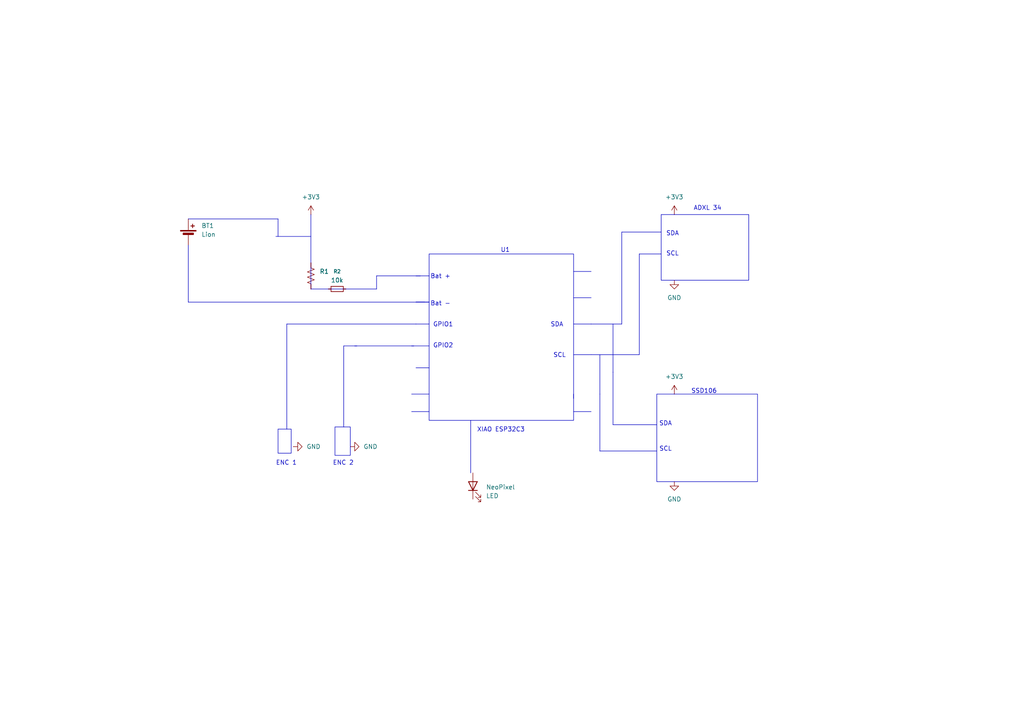
<source format=kicad_sch>
(kicad_sch
	(version 20250114)
	(generator "eeschema")
	(generator_version "9.0")
	(uuid "92635edb-0e54-4bbb-a1f0-c1d6abf0b6c8")
	(paper "A4")
	(lib_symbols
		(symbol "Device:Battery_Cell"
			(pin_numbers
				(hide yes)
			)
			(pin_names
				(offset 0)
				(hide yes)
			)
			(exclude_from_sim no)
			(in_bom yes)
			(on_board yes)
			(property "Reference" "BT"
				(at 2.54 2.54 0)
				(effects
					(font
						(size 1.27 1.27)
					)
					(justify left)
				)
			)
			(property "Value" "Battery_Cell"
				(at 2.54 0 0)
				(effects
					(font
						(size 1.27 1.27)
					)
					(justify left)
				)
			)
			(property "Footprint" ""
				(at 0 1.524 90)
				(effects
					(font
						(size 1.27 1.27)
					)
					(hide yes)
				)
			)
			(property "Datasheet" "~"
				(at 0 1.524 90)
				(effects
					(font
						(size 1.27 1.27)
					)
					(hide yes)
				)
			)
			(property "Description" "Single-cell battery"
				(at 0 0 0)
				(effects
					(font
						(size 1.27 1.27)
					)
					(hide yes)
				)
			)
			(property "ki_keywords" "battery cell"
				(at 0 0 0)
				(effects
					(font
						(size 1.27 1.27)
					)
					(hide yes)
				)
			)
			(symbol "Battery_Cell_0_1"
				(rectangle
					(start -2.286 1.778)
					(end 2.286 1.524)
					(stroke
						(width 0)
						(type default)
					)
					(fill
						(type outline)
					)
				)
				(rectangle
					(start -1.524 1.016)
					(end 1.524 0.508)
					(stroke
						(width 0)
						(type default)
					)
					(fill
						(type outline)
					)
				)
				(polyline
					(pts
						(xy 0 1.778) (xy 0 2.54)
					)
					(stroke
						(width 0)
						(type default)
					)
					(fill
						(type none)
					)
				)
				(polyline
					(pts
						(xy 0 0.762) (xy 0 0)
					)
					(stroke
						(width 0)
						(type default)
					)
					(fill
						(type none)
					)
				)
				(polyline
					(pts
						(xy 0.762 3.048) (xy 1.778 3.048)
					)
					(stroke
						(width 0.254)
						(type default)
					)
					(fill
						(type none)
					)
				)
				(polyline
					(pts
						(xy 1.27 3.556) (xy 1.27 2.54)
					)
					(stroke
						(width 0.254)
						(type default)
					)
					(fill
						(type none)
					)
				)
			)
			(symbol "Battery_Cell_1_1"
				(pin passive line
					(at 0 5.08 270)
					(length 2.54)
					(name "+"
						(effects
							(font
								(size 1.27 1.27)
							)
						)
					)
					(number "1"
						(effects
							(font
								(size 1.27 1.27)
							)
						)
					)
				)
				(pin passive line
					(at 0 -2.54 90)
					(length 2.54)
					(name "-"
						(effects
							(font
								(size 1.27 1.27)
							)
						)
					)
					(number "2"
						(effects
							(font
								(size 1.27 1.27)
							)
						)
					)
				)
			)
			(embedded_fonts no)
		)
		(symbol "Device:LED"
			(pin_numbers
				(hide yes)
			)
			(pin_names
				(offset 1.016)
				(hide yes)
			)
			(exclude_from_sim no)
			(in_bom yes)
			(on_board yes)
			(property "Reference" "D"
				(at 0 2.54 0)
				(effects
					(font
						(size 1.27 1.27)
					)
				)
			)
			(property "Value" "LED"
				(at 0 -2.54 0)
				(effects
					(font
						(size 1.27 1.27)
					)
				)
			)
			(property "Footprint" ""
				(at 0 0 0)
				(effects
					(font
						(size 1.27 1.27)
					)
					(hide yes)
				)
			)
			(property "Datasheet" "~"
				(at 0 0 0)
				(effects
					(font
						(size 1.27 1.27)
					)
					(hide yes)
				)
			)
			(property "Description" "Light emitting diode"
				(at 0 0 0)
				(effects
					(font
						(size 1.27 1.27)
					)
					(hide yes)
				)
			)
			(property "Sim.Pins" "1=K 2=A"
				(at 0 0 0)
				(effects
					(font
						(size 1.27 1.27)
					)
					(hide yes)
				)
			)
			(property "ki_keywords" "LED diode"
				(at 0 0 0)
				(effects
					(font
						(size 1.27 1.27)
					)
					(hide yes)
				)
			)
			(property "ki_fp_filters" "LED* LED_SMD:* LED_THT:*"
				(at 0 0 0)
				(effects
					(font
						(size 1.27 1.27)
					)
					(hide yes)
				)
			)
			(symbol "LED_0_1"
				(polyline
					(pts
						(xy -3.048 -0.762) (xy -4.572 -2.286) (xy -3.81 -2.286) (xy -4.572 -2.286) (xy -4.572 -1.524)
					)
					(stroke
						(width 0)
						(type default)
					)
					(fill
						(type none)
					)
				)
				(polyline
					(pts
						(xy -1.778 -0.762) (xy -3.302 -2.286) (xy -2.54 -2.286) (xy -3.302 -2.286) (xy -3.302 -1.524)
					)
					(stroke
						(width 0)
						(type default)
					)
					(fill
						(type none)
					)
				)
				(polyline
					(pts
						(xy -1.27 0) (xy 1.27 0)
					)
					(stroke
						(width 0)
						(type default)
					)
					(fill
						(type none)
					)
				)
				(polyline
					(pts
						(xy -1.27 -1.27) (xy -1.27 1.27)
					)
					(stroke
						(width 0.254)
						(type default)
					)
					(fill
						(type none)
					)
				)
				(polyline
					(pts
						(xy 1.27 -1.27) (xy 1.27 1.27) (xy -1.27 0) (xy 1.27 -1.27)
					)
					(stroke
						(width 0.254)
						(type default)
					)
					(fill
						(type none)
					)
				)
			)
			(symbol "LED_1_1"
				(pin passive line
					(at -3.81 0 0)
					(length 2.54)
					(name "K"
						(effects
							(font
								(size 1.27 1.27)
							)
						)
					)
					(number "1"
						(effects
							(font
								(size 1.27 1.27)
							)
						)
					)
				)
				(pin passive line
					(at 3.81 0 180)
					(length 2.54)
					(name "A"
						(effects
							(font
								(size 1.27 1.27)
							)
						)
					)
					(number "2"
						(effects
							(font
								(size 1.27 1.27)
							)
						)
					)
				)
			)
			(embedded_fonts no)
		)
		(symbol "Device:R_Small"
			(pin_numbers
				(hide yes)
			)
			(pin_names
				(offset 0.254)
				(hide yes)
			)
			(exclude_from_sim no)
			(in_bom yes)
			(on_board yes)
			(property "Reference" "R"
				(at 0 0 90)
				(effects
					(font
						(size 1.016 1.016)
					)
				)
			)
			(property "Value" "R_Small"
				(at 1.778 0 90)
				(effects
					(font
						(size 1.27 1.27)
					)
				)
			)
			(property "Footprint" ""
				(at 0 0 0)
				(effects
					(font
						(size 1.27 1.27)
					)
					(hide yes)
				)
			)
			(property "Datasheet" "~"
				(at 0 0 0)
				(effects
					(font
						(size 1.27 1.27)
					)
					(hide yes)
				)
			)
			(property "Description" "Resistor, small symbol"
				(at 0 0 0)
				(effects
					(font
						(size 1.27 1.27)
					)
					(hide yes)
				)
			)
			(property "ki_keywords" "R resistor"
				(at 0 0 0)
				(effects
					(font
						(size 1.27 1.27)
					)
					(hide yes)
				)
			)
			(property "ki_fp_filters" "R_*"
				(at 0 0 0)
				(effects
					(font
						(size 1.27 1.27)
					)
					(hide yes)
				)
			)
			(symbol "R_Small_0_1"
				(rectangle
					(start -0.762 1.778)
					(end 0.762 -1.778)
					(stroke
						(width 0.2032)
						(type default)
					)
					(fill
						(type none)
					)
				)
			)
			(symbol "R_Small_1_1"
				(pin passive line
					(at 0 2.54 270)
					(length 0.762)
					(name "~"
						(effects
							(font
								(size 1.27 1.27)
							)
						)
					)
					(number "1"
						(effects
							(font
								(size 1.27 1.27)
							)
						)
					)
				)
				(pin passive line
					(at 0 -2.54 90)
					(length 0.762)
					(name "~"
						(effects
							(font
								(size 1.27 1.27)
							)
						)
					)
					(number "2"
						(effects
							(font
								(size 1.27 1.27)
							)
						)
					)
				)
			)
			(embedded_fonts no)
		)
		(symbol "Device:R_US"
			(pin_numbers
				(hide yes)
			)
			(pin_names
				(offset 0)
			)
			(exclude_from_sim no)
			(in_bom yes)
			(on_board yes)
			(property "Reference" "R"
				(at 2.54 0 90)
				(effects
					(font
						(size 1.27 1.27)
					)
				)
			)
			(property "Value" "R_US"
				(at -2.54 0 90)
				(effects
					(font
						(size 1.27 1.27)
					)
				)
			)
			(property "Footprint" ""
				(at 1.016 -0.254 90)
				(effects
					(font
						(size 1.27 1.27)
					)
					(hide yes)
				)
			)
			(property "Datasheet" "~"
				(at 0 0 0)
				(effects
					(font
						(size 1.27 1.27)
					)
					(hide yes)
				)
			)
			(property "Description" "Resistor, US symbol"
				(at 0 0 0)
				(effects
					(font
						(size 1.27 1.27)
					)
					(hide yes)
				)
			)
			(property "ki_keywords" "R res resistor"
				(at 0 0 0)
				(effects
					(font
						(size 1.27 1.27)
					)
					(hide yes)
				)
			)
			(property "ki_fp_filters" "R_*"
				(at 0 0 0)
				(effects
					(font
						(size 1.27 1.27)
					)
					(hide yes)
				)
			)
			(symbol "R_US_0_1"
				(polyline
					(pts
						(xy 0 2.286) (xy 0 2.54)
					)
					(stroke
						(width 0)
						(type default)
					)
					(fill
						(type none)
					)
				)
				(polyline
					(pts
						(xy 0 2.286) (xy 1.016 1.905) (xy 0 1.524) (xy -1.016 1.143) (xy 0 0.762)
					)
					(stroke
						(width 0)
						(type default)
					)
					(fill
						(type none)
					)
				)
				(polyline
					(pts
						(xy 0 0.762) (xy 1.016 0.381) (xy 0 0) (xy -1.016 -0.381) (xy 0 -0.762)
					)
					(stroke
						(width 0)
						(type default)
					)
					(fill
						(type none)
					)
				)
				(polyline
					(pts
						(xy 0 -0.762) (xy 1.016 -1.143) (xy 0 -1.524) (xy -1.016 -1.905) (xy 0 -2.286)
					)
					(stroke
						(width 0)
						(type default)
					)
					(fill
						(type none)
					)
				)
				(polyline
					(pts
						(xy 0 -2.286) (xy 0 -2.54)
					)
					(stroke
						(width 0)
						(type default)
					)
					(fill
						(type none)
					)
				)
			)
			(symbol "R_US_1_1"
				(pin passive line
					(at 0 3.81 270)
					(length 1.27)
					(name "~"
						(effects
							(font
								(size 1.27 1.27)
							)
						)
					)
					(number "1"
						(effects
							(font
								(size 1.27 1.27)
							)
						)
					)
				)
				(pin passive line
					(at 0 -3.81 90)
					(length 1.27)
					(name "~"
						(effects
							(font
								(size 1.27 1.27)
							)
						)
					)
					(number "2"
						(effects
							(font
								(size 1.27 1.27)
							)
						)
					)
				)
			)
			(embedded_fonts no)
		)
		(symbol "power:+3V3"
			(power)
			(pin_numbers
				(hide yes)
			)
			(pin_names
				(offset 0)
				(hide yes)
			)
			(exclude_from_sim no)
			(in_bom yes)
			(on_board yes)
			(property "Reference" "#PWR"
				(at 0 -3.81 0)
				(effects
					(font
						(size 1.27 1.27)
					)
					(hide yes)
				)
			)
			(property "Value" "+3V3"
				(at 0 3.556 0)
				(effects
					(font
						(size 1.27 1.27)
					)
				)
			)
			(property "Footprint" ""
				(at 0 0 0)
				(effects
					(font
						(size 1.27 1.27)
					)
					(hide yes)
				)
			)
			(property "Datasheet" ""
				(at 0 0 0)
				(effects
					(font
						(size 1.27 1.27)
					)
					(hide yes)
				)
			)
			(property "Description" "Power symbol creates a global label with name \"+3V3\""
				(at 0 0 0)
				(effects
					(font
						(size 1.27 1.27)
					)
					(hide yes)
				)
			)
			(property "ki_keywords" "global power"
				(at 0 0 0)
				(effects
					(font
						(size 1.27 1.27)
					)
					(hide yes)
				)
			)
			(symbol "+3V3_0_1"
				(polyline
					(pts
						(xy -0.762 1.27) (xy 0 2.54)
					)
					(stroke
						(width 0)
						(type default)
					)
					(fill
						(type none)
					)
				)
				(polyline
					(pts
						(xy 0 2.54) (xy 0.762 1.27)
					)
					(stroke
						(width 0)
						(type default)
					)
					(fill
						(type none)
					)
				)
				(polyline
					(pts
						(xy 0 0) (xy 0 2.54)
					)
					(stroke
						(width 0)
						(type default)
					)
					(fill
						(type none)
					)
				)
			)
			(symbol "+3V3_1_1"
				(pin power_in line
					(at 0 0 90)
					(length 0)
					(name "~"
						(effects
							(font
								(size 1.27 1.27)
							)
						)
					)
					(number "1"
						(effects
							(font
								(size 1.27 1.27)
							)
						)
					)
				)
			)
			(embedded_fonts no)
		)
		(symbol "power:GND"
			(power)
			(pin_numbers
				(hide yes)
			)
			(pin_names
				(offset 0)
				(hide yes)
			)
			(exclude_from_sim no)
			(in_bom yes)
			(on_board yes)
			(property "Reference" "#PWR"
				(at 0 -6.35 0)
				(effects
					(font
						(size 1.27 1.27)
					)
					(hide yes)
				)
			)
			(property "Value" "GND"
				(at 0 -3.81 0)
				(effects
					(font
						(size 1.27 1.27)
					)
				)
			)
			(property "Footprint" ""
				(at 0 0 0)
				(effects
					(font
						(size 1.27 1.27)
					)
					(hide yes)
				)
			)
			(property "Datasheet" ""
				(at 0 0 0)
				(effects
					(font
						(size 1.27 1.27)
					)
					(hide yes)
				)
			)
			(property "Description" "Power symbol creates a global label with name \"GND\" , ground"
				(at 0 0 0)
				(effects
					(font
						(size 1.27 1.27)
					)
					(hide yes)
				)
			)
			(property "ki_keywords" "global power"
				(at 0 0 0)
				(effects
					(font
						(size 1.27 1.27)
					)
					(hide yes)
				)
			)
			(symbol "GND_0_1"
				(polyline
					(pts
						(xy 0 0) (xy 0 -1.27) (xy 1.27 -1.27) (xy 0 -2.54) (xy -1.27 -1.27) (xy 0 -1.27)
					)
					(stroke
						(width 0)
						(type default)
					)
					(fill
						(type none)
					)
				)
			)
			(symbol "GND_1_1"
				(pin power_in line
					(at 0 0 270)
					(length 0)
					(name "~"
						(effects
							(font
								(size 1.27 1.27)
							)
						)
					)
					(number "1"
						(effects
							(font
								(size 1.27 1.27)
							)
						)
					)
				)
			)
			(embedded_fonts no)
		)
	)
	(rectangle
		(start 191.77 62.23)
		(end 217.17 81.28)
		(stroke
			(width 0)
			(type default)
		)
		(fill
			(type none)
		)
		(uuid 0d7ed6d4-f698-4bb5-ba2a-b76b20142295)
	)
	(rectangle
		(start 97.155 123.825)
		(end 101.6 132.08)
		(stroke
			(width 0)
			(type default)
		)
		(fill
			(type none)
		)
		(uuid b6c3a22b-84aa-4c4e-a885-112467dd2630)
	)
	(rectangle
		(start 124.46 73.66)
		(end 166.37 121.92)
		(stroke
			(width 0)
			(type default)
		)
		(fill
			(type none)
		)
		(uuid bde7fbe0-dd31-42b8-8a9a-280cff295d7d)
	)
	(rectangle
		(start 80.645 124.46)
		(end 84.455 131.445)
		(stroke
			(width 0)
			(type default)
		)
		(fill
			(type none)
		)
		(uuid cdbc98e6-e23b-4b77-bc0b-1ae94380ed32)
	)
	(rectangle
		(start 190.5 114.3)
		(end 219.71 139.7)
		(stroke
			(width 0)
			(type default)
		)
		(fill
			(type none)
		)
		(uuid ef936610-34c5-4710-a15d-da3f9c4d375e)
	)
	(text "Bat -"
		(exclude_from_sim no)
		(at 127.762 88.138 0)
		(effects
			(font
				(size 1.27 1.27)
			)
		)
		(uuid "08d01bbc-ffcf-49d0-9eb7-9c72542e0a00")
	)
	(text "SCL\n"
		(exclude_from_sim no)
		(at 162.306 103.124 0)
		(effects
			(font
				(size 1.27 1.27)
			)
		)
		(uuid "090de23f-13d9-4231-a1d2-f99e68b1251a")
	)
	(text "ENC 2"
		(exclude_from_sim no)
		(at 99.568 134.366 0)
		(effects
			(font
				(size 1.27 1.27)
			)
		)
		(uuid "0a3f8e8f-efe5-418e-b4ac-d1d6982ec768")
	)
	(text "SDA"
		(exclude_from_sim no)
		(at 193.04 122.936 0)
		(effects
			(font
				(size 1.27 1.27)
			)
		)
		(uuid "2430e39d-3b44-49d6-ae73-5caca42b82b3")
	)
	(text "SDA"
		(exclude_from_sim no)
		(at 161.544 94.234 0)
		(effects
			(font
				(size 1.27 1.27)
			)
		)
		(uuid "3c226712-48f0-47a0-8619-eda85ac65b54")
	)
	(text "ADXL 34"
		(exclude_from_sim no)
		(at 205.232 60.452 0)
		(effects
			(font
				(size 1.27 1.27)
			)
		)
		(uuid "424f5f14-2a81-4270-b458-9281fa99d7fc")
	)
	(text "SCL\n"
		(exclude_from_sim no)
		(at 195.072 73.66 0)
		(effects
			(font
				(size 1.27 1.27)
			)
		)
		(uuid "5498a49f-ac8d-4b04-ae1b-0453d46645d5")
	)
	(text "XIAO ESP32C3"
		(exclude_from_sim no)
		(at 145.288 124.714 0)
		(effects
			(font
				(size 1.27 1.27)
			)
		)
		(uuid "652bbd82-ced8-4fd1-b569-e93b00a2921a")
	)
	(text "Bat +"
		(exclude_from_sim no)
		(at 127.762 80.264 0)
		(effects
			(font
				(size 1.27 1.27)
			)
		)
		(uuid "6667960f-bf61-4a4b-84f9-9582b6622728")
	)
	(text "ENC 1"
		(exclude_from_sim no)
		(at 83.058 134.366 0)
		(effects
			(font
				(size 1.27 1.27)
			)
		)
		(uuid "aa89e50e-bf07-4d09-ba47-35da79ca42d4")
	)
	(text "GPIO2"
		(exclude_from_sim no)
		(at 128.524 100.33 0)
		(effects
			(font
				(size 1.27 1.27)
			)
		)
		(uuid "b643d943-d199-4a4a-bf93-f779fbf0f1ca")
	)
	(text "SSD106"
		(exclude_from_sim no)
		(at 204.216 113.538 0)
		(effects
			(font
				(size 1.27 1.27)
			)
		)
		(uuid "c120a827-4f52-47c6-baea-57db43d2efb0")
	)
	(text "SDA"
		(exclude_from_sim no)
		(at 195.072 67.818 0)
		(effects
			(font
				(size 1.27 1.27)
			)
		)
		(uuid "c6370f9c-9ea3-4dbe-a3a8-bcbb74cedb2d")
	)
	(text "GPIO1"
		(exclude_from_sim no)
		(at 128.524 94.234 0)
		(effects
			(font
				(size 1.27 1.27)
			)
		)
		(uuid "cf5f8c44-067d-4903-a3e4-7d80b1ebdb93")
	)
	(text "U1"
		(exclude_from_sim no)
		(at 146.558 72.644 0)
		(effects
			(font
				(size 1.27 1.27)
			)
		)
		(uuid "e8f541cd-8b99-4ae4-8b30-08fbd96a1989")
	)
	(text "SCL"
		(exclude_from_sim no)
		(at 193.04 130.302 0)
		(effects
			(font
				(size 1.27 1.27)
			)
		)
		(uuid "ed91f7f7-3798-45f5-b383-3300f8d91c78")
	)
	(polyline
		(pts
			(xy 54.61 87.63) (xy 123.19 87.63)
		)
		(stroke
			(width 0)
			(type default)
		)
		(uuid "0552b100-6840-4bda-b56e-d97539688020")
	)
	(polyline
		(pts
			(xy 185.42 73.66) (xy 191.77 73.66)
		)
		(stroke
			(width 0)
			(type default)
		)
		(uuid "08859327-b85c-41d8-be23-d82354bdb018")
	)
	(polyline
		(pts
			(xy 120.015 100.33) (xy 99.695 100.33)
		)
		(stroke
			(width 0)
			(type default)
		)
		(uuid "126d3194-0298-4cef-a192-a7ba399f3851")
	)
	(polyline
		(pts
			(xy 119.38 100.33) (xy 124.46 100.33)
		)
		(stroke
			(width 0)
			(type default)
		)
		(uuid "1d2a1a22-1131-4b5f-b3ad-e245d8b8f568")
	)
	(polyline
		(pts
			(xy 120.65 93.98) (xy 124.46 93.98)
		)
		(stroke
			(width 0)
			(type default)
		)
		(uuid "204bf18a-c572-43d6-a5a8-56c7aff39788")
	)
	(polyline
		(pts
			(xy 120.65 106.68) (xy 124.46 106.68)
		)
		(stroke
			(width 0)
			(type default)
		)
		(uuid "24929ed6-66d5-4303-b42d-b618d6ba3aaf")
	)
	(polyline
		(pts
			(xy 120.65 80.01) (xy 124.46 80.01)
		)
		(stroke
			(width 0)
			(type default)
		)
		(uuid "26f32386-88f8-4a7e-9a36-24d6f54282c8")
	)
	(polyline
		(pts
			(xy 136.525 121.92) (xy 136.525 137.16)
		)
		(stroke
			(width 0)
			(type default)
		)
		(uuid "2f2c9af5-cb17-4c99-a7cd-44d29ca71bb9")
	)
	(polyline
		(pts
			(xy 190.5 123.19) (xy 177.8 123.19)
		)
		(stroke
			(width 0)
			(type default)
		)
		(uuid "3072d921-d4e6-4ef6-bfe0-c694a7fa78fd")
	)
	(polyline
		(pts
			(xy 120.65 87.63) (xy 124.46 87.63)
		)
		(stroke
			(width 0)
			(type default)
		)
		(uuid "30a88299-535e-44eb-9495-79855edc960b")
	)
	(polyline
		(pts
			(xy 54.61 71.12) (xy 54.61 87.63)
		)
		(stroke
			(width 0)
			(type default)
		)
		(uuid "3a64e8d7-3ba1-43d5-bcbf-9da82b31aecc")
	)
	(polyline
		(pts
			(xy 166.37 119.38) (xy 171.45 119.38)
		)
		(stroke
			(width 0)
			(type default)
		)
		(uuid "4d1fc732-1e45-45eb-8938-86d6d6489835")
	)
	(polyline
		(pts
			(xy 166.37 102.87) (xy 171.45 102.87)
		)
		(stroke
			(width 0)
			(type default)
		)
		(uuid "65537768-1a5c-4e8f-a12e-df0a8d83c721")
	)
	(polyline
		(pts
			(xy 109.22 80.01) (xy 109.22 83.82)
		)
		(stroke
			(width 0)
			(type default)
		)
		(uuid "749e3b2c-5236-4701-9b58-712601e4b55b")
	)
	(polyline
		(pts
			(xy 166.37 78.74) (xy 171.45 78.74)
		)
		(stroke
			(width 0)
			(type default)
		)
		(uuid "7edf16ed-b96e-442f-bab6-3b949a5501cb")
	)
	(polyline
		(pts
			(xy 173.99 130.81) (xy 173.99 114.3)
		)
		(stroke
			(width 0)
			(type default)
		)
		(uuid "84da6f3f-2f64-4f36-bf40-c1748939d44d")
	)
	(polyline
		(pts
			(xy 80.01 68.58) (xy 90.17 68.58)
		)
		(stroke
			(width 0)
			(type default)
		)
		(uuid "87e11817-77b9-4021-9af7-0cdf2942f9a7")
	)
	(polyline
		(pts
			(xy 90.17 83.82) (xy 90.17 62.23)
		)
		(stroke
			(width 0)
			(type default)
		)
		(uuid "91dc9385-f5cc-40c0-8437-421b617890d6")
	)
	(polyline
		(pts
			(xy 99.695 100.33) (xy 99.695 123.825)
		)
		(stroke
			(width 0)
			(type default)
		)
		(uuid "96e6f81c-bdac-467d-960d-01ba5540fa86")
	)
	(polyline
		(pts
			(xy 80.645 63.5) (xy 80.645 68.58)
		)
		(stroke
			(width 0)
			(type default)
		)
		(uuid "9e740bb4-cdd0-47c4-bfde-86d2ed13378d")
	)
	(polyline
		(pts
			(xy 166.37 93.98) (xy 171.45 93.98)
		)
		(stroke
			(width 0)
			(type default)
		)
		(uuid "a10ed493-288b-42c5-8088-9eb40a94efc9")
	)
	(polyline
		(pts
			(xy 177.8 93.98) (xy 177.8 107.95)
		)
		(stroke
			(width 0)
			(type default)
		)
		(uuid "a4292ea6-6cfa-4d5b-ad9a-281beb9bf075")
	)
	(polyline
		(pts
			(xy 119.38 114.3) (xy 124.46 114.3)
		)
		(stroke
			(width 0)
			(type default)
		)
		(uuid "a6b21d9f-f77c-4e58-b23d-b47b555905d1")
	)
	(polyline
		(pts
			(xy 54.61 63.5) (xy 80.645 63.5)
		)
		(stroke
			(width 0)
			(type default)
		)
		(uuid "a8bfefbe-0f84-4d96-89d6-bd151520dc8a")
	)
	(polyline
		(pts
			(xy 83.185 93.98) (xy 83.185 124.46)
		)
		(stroke
			(width 0)
			(type default)
		)
		(uuid "b4de4cbf-ff3a-46d3-bcee-b7d826726529")
	)
	(polyline
		(pts
			(xy 171.45 102.87) (xy 185.42 102.87)
		)
		(stroke
			(width 0)
			(type default)
		)
		(uuid "b5c7901e-5cce-4e48-904a-91df199ef15d")
	)
	(polyline
		(pts
			(xy 119.38 119.38) (xy 124.46 119.38)
		)
		(stroke
			(width 0)
			(type default)
		)
		(uuid "bb46605c-40af-4e26-9b57-847c447cfed1")
	)
	(polyline
		(pts
			(xy 109.22 83.82) (xy 90.17 83.82)
		)
		(stroke
			(width 0)
			(type default)
		)
		(uuid "bca61c99-a275-47ef-8b0e-0afef7775393")
	)
	(polyline
		(pts
			(xy 185.42 102.87) (xy 185.42 73.66)
		)
		(stroke
			(width 0)
			(type default)
		)
		(uuid "bd194792-1091-45c0-aad0-56314571e480")
	)
	(polyline
		(pts
			(xy 120.65 93.98) (xy 83.185 93.98)
		)
		(stroke
			(width 0)
			(type default)
		)
		(uuid "be0dfcf3-6c82-48b4-b0e2-448e514d9056")
	)
	(polyline
		(pts
			(xy 102.87 100.33) (xy 103.505 100.33)
		)
		(stroke
			(width 0)
			(type default)
		)
		(uuid "c03ad5db-f0ed-4f92-8257-434ef63daada")
	)
	(polyline
		(pts
			(xy 190.5 130.81) (xy 173.99 130.81)
		)
		(stroke
			(width 0)
			(type default)
		)
		(uuid "c42e664e-d776-47c4-8096-d3ee91a3ed5e")
	)
	(polyline
		(pts
			(xy 180.34 67.31) (xy 191.77 67.31)
		)
		(stroke
			(width 0)
			(type default)
		)
		(uuid "ca25e3fe-f53f-45ef-b319-05766185bf58")
	)
	(polyline
		(pts
			(xy 166.37 115.57) (xy 166.37 114.3)
		)
		(stroke
			(width 0)
			(type default)
		)
		(uuid "d164e3dc-d44b-4efa-b90e-8759411787bd")
	)
	(polyline
		(pts
			(xy 120.65 87.63) (xy 124.46 87.63)
		)
		(stroke
			(width 0)
			(type default)
		)
		(uuid "d28aadfa-0c29-4d43-a5d9-2465fc7bbdb0")
	)
	(polyline
		(pts
			(xy 177.8 123.19) (xy 177.8 107.95)
		)
		(stroke
			(width 0)
			(type default)
		)
		(uuid "d826b105-ad7c-4ad6-b219-81b16b20684e")
	)
	(polyline
		(pts
			(xy 121.92 80.01) (xy 109.22 80.01)
		)
		(stroke
			(width 0)
			(type default)
		)
		(uuid "e2de0ded-65a6-4a4a-bd30-9e76d83a3777")
	)
	(polyline
		(pts
			(xy 173.99 102.87) (xy 173.99 114.3)
		)
		(stroke
			(width 0)
			(type default)
		)
		(uuid "e7973610-1c02-4f7b-b11c-a4a00d283f15")
	)
	(polyline
		(pts
			(xy 171.45 93.98) (xy 180.34 93.98)
		)
		(stroke
			(width 0)
			(type default)
		)
		(uuid "eb203bed-6ea7-49c8-ae7d-f717bc725fab")
	)
	(polyline
		(pts
			(xy 166.37 86.36) (xy 171.45 86.36)
		)
		(stroke
			(width 0)
			(type default)
		)
		(uuid "f905e3f1-d00a-491b-9b0f-1002d76c7782")
	)
	(polyline
		(pts
			(xy 180.34 93.98) (xy 180.34 67.31)
		)
		(stroke
			(width 0)
			(type default)
		)
		(uuid "fc0a283f-dca7-4c67-be56-7dc23aadf117")
	)
	(symbol
		(lib_id "power:+3V3")
		(at 195.58 62.23 0)
		(unit 1)
		(exclude_from_sim no)
		(in_bom yes)
		(on_board yes)
		(dnp no)
		(fields_autoplaced yes)
		(uuid "1825e895-b8d5-4e0a-a517-41b54544e2ab")
		(property "Reference" "#PWR02"
			(at 195.58 66.04 0)
			(effects
				(font
					(size 1.27 1.27)
				)
				(hide yes)
			)
		)
		(property "Value" "+3V3"
			(at 195.58 57.15 0)
			(effects
				(font
					(size 1.27 1.27)
				)
			)
		)
		(property "Footprint" ""
			(at 195.58 62.23 0)
			(effects
				(font
					(size 1.27 1.27)
				)
				(hide yes)
			)
		)
		(property "Datasheet" ""
			(at 195.58 62.23 0)
			(effects
				(font
					(size 1.27 1.27)
				)
				(hide yes)
			)
		)
		(property "Description" "Power symbol creates a global label with name \"+3V3\""
			(at 195.58 62.23 0)
			(effects
				(font
					(size 1.27 1.27)
				)
				(hide yes)
			)
		)
		(pin "1"
			(uuid "c9429379-6c11-41ed-87ac-fff55926758c")
		)
		(instances
			(project ""
				(path "/92635edb-0e54-4bbb-a1f0-c1d6abf0b6c8"
					(reference "#PWR02")
					(unit 1)
				)
			)
		)
	)
	(symbol
		(lib_id "power:GND")
		(at 195.58 81.28 0)
		(unit 1)
		(exclude_from_sim no)
		(in_bom yes)
		(on_board yes)
		(dnp no)
		(fields_autoplaced yes)
		(uuid "24496a74-5099-4990-bb12-2eea8f7cbc92")
		(property "Reference" "#PWR04"
			(at 195.58 87.63 0)
			(effects
				(font
					(size 1.27 1.27)
				)
				(hide yes)
			)
		)
		(property "Value" "GND"
			(at 195.58 86.36 0)
			(effects
				(font
					(size 1.27 1.27)
				)
			)
		)
		(property "Footprint" ""
			(at 195.58 81.28 0)
			(effects
				(font
					(size 1.27 1.27)
				)
				(hide yes)
			)
		)
		(property "Datasheet" ""
			(at 195.58 81.28 0)
			(effects
				(font
					(size 1.27 1.27)
				)
				(hide yes)
			)
		)
		(property "Description" "Power symbol creates a global label with name \"GND\" , ground"
			(at 195.58 81.28 0)
			(effects
				(font
					(size 1.27 1.27)
				)
				(hide yes)
			)
		)
		(pin "1"
			(uuid "d179a6c7-2037-4308-aeff-9fdad86c040a")
		)
		(instances
			(project ""
				(path "/92635edb-0e54-4bbb-a1f0-c1d6abf0b6c8"
					(reference "#PWR04")
					(unit 1)
				)
			)
		)
	)
	(symbol
		(lib_id "power:+3V3")
		(at 195.58 114.3 0)
		(unit 1)
		(exclude_from_sim no)
		(in_bom yes)
		(on_board yes)
		(dnp no)
		(fields_autoplaced yes)
		(uuid "31dd1997-77d2-453f-a844-36a739ead097")
		(property "Reference" "#PWR03"
			(at 195.58 118.11 0)
			(effects
				(font
					(size 1.27 1.27)
				)
				(hide yes)
			)
		)
		(property "Value" "+3V3"
			(at 195.58 109.22 0)
			(effects
				(font
					(size 1.27 1.27)
				)
			)
		)
		(property "Footprint" ""
			(at 195.58 114.3 0)
			(effects
				(font
					(size 1.27 1.27)
				)
				(hide yes)
			)
		)
		(property "Datasheet" ""
			(at 195.58 114.3 0)
			(effects
				(font
					(size 1.27 1.27)
				)
				(hide yes)
			)
		)
		(property "Description" "Power symbol creates a global label with name \"+3V3\""
			(at 195.58 114.3 0)
			(effects
				(font
					(size 1.27 1.27)
				)
				(hide yes)
			)
		)
		(pin "1"
			(uuid "f89729ce-4fb1-4236-b348-da25f6dd3854")
		)
		(instances
			(project ""
				(path "/92635edb-0e54-4bbb-a1f0-c1d6abf0b6c8"
					(reference "#PWR03")
					(unit 1)
				)
			)
		)
	)
	(symbol
		(lib_id "Device:LED")
		(at 137.16 140.97 90)
		(unit 1)
		(exclude_from_sim no)
		(in_bom yes)
		(on_board yes)
		(dnp no)
		(fields_autoplaced yes)
		(uuid "5ee77928-96a9-42be-bcdc-7c491a449b49")
		(property "Reference" "NeoPixel"
			(at 140.97 141.2874 90)
			(effects
				(font
					(size 1.27 1.27)
				)
				(justify right)
			)
		)
		(property "Value" "LED"
			(at 140.97 143.8274 90)
			(effects
				(font
					(size 1.27 1.27)
				)
				(justify right)
			)
		)
		(property "Footprint" ""
			(at 137.16 140.97 0)
			(effects
				(font
					(size 1.27 1.27)
				)
				(hide yes)
			)
		)
		(property "Datasheet" "~"
			(at 137.16 140.97 0)
			(effects
				(font
					(size 1.27 1.27)
				)
				(hide yes)
			)
		)
		(property "Description" "Light emitting diode"
			(at 137.16 140.97 0)
			(effects
				(font
					(size 1.27 1.27)
				)
				(hide yes)
			)
		)
		(property "Sim.Pins" "1=K 2=A"
			(at 137.16 140.97 0)
			(effects
				(font
					(size 1.27 1.27)
				)
				(hide yes)
			)
		)
		(pin "1"
			(uuid "6807ca96-ee7f-48ad-9386-23ec1c8163da")
		)
		(pin "2"
			(uuid "dd45371f-6759-4a93-88ad-3e49674d6e3c")
		)
		(instances
			(project ""
				(path "/92635edb-0e54-4bbb-a1f0-c1d6abf0b6c8"
					(reference "NeoPixel")
					(unit 1)
				)
			)
		)
	)
	(symbol
		(lib_id "Device:Battery_Cell")
		(at 54.61 68.58 0)
		(unit 1)
		(exclude_from_sim no)
		(in_bom yes)
		(on_board yes)
		(dnp no)
		(fields_autoplaced yes)
		(uuid "65532e11-2802-4e1d-a5fb-5f3451017b7a")
		(property "Reference" "BT1"
			(at 58.42 65.4684 0)
			(effects
				(font
					(size 1.27 1.27)
				)
				(justify left)
			)
		)
		(property "Value" "Lion"
			(at 58.42 68.0084 0)
			(effects
				(font
					(size 1.27 1.27)
				)
				(justify left)
			)
		)
		(property "Footprint" ""
			(at 54.61 67.056 90)
			(effects
				(font
					(size 1.27 1.27)
				)
				(hide yes)
			)
		)
		(property "Datasheet" "~"
			(at 54.61 67.056 90)
			(effects
				(font
					(size 1.27 1.27)
				)
				(hide yes)
			)
		)
		(property "Description" "Single-cell battery"
			(at 54.61 68.58 0)
			(effects
				(font
					(size 1.27 1.27)
				)
				(hide yes)
			)
		)
		(pin "1"
			(uuid "bd349979-fcb7-4cc5-bf8c-b187bee9fadd")
		)
		(pin "2"
			(uuid "f22411b5-33de-4898-a97c-cc8c7601d279")
		)
		(instances
			(project ""
				(path "/92635edb-0e54-4bbb-a1f0-c1d6abf0b6c8"
					(reference "BT1")
					(unit 1)
				)
			)
		)
	)
	(symbol
		(lib_id "power:GND")
		(at 101.6 129.54 90)
		(unit 1)
		(exclude_from_sim no)
		(in_bom yes)
		(on_board yes)
		(dnp no)
		(fields_autoplaced yes)
		(uuid "7c89196c-ff93-4e39-ada4-9b2f7af462a4")
		(property "Reference" "#PWR06"
			(at 107.95 129.54 0)
			(effects
				(font
					(size 1.27 1.27)
				)
				(hide yes)
			)
		)
		(property "Value" "GND"
			(at 105.41 129.5399 90)
			(effects
				(font
					(size 1.27 1.27)
				)
				(justify right)
			)
		)
		(property "Footprint" ""
			(at 101.6 129.54 0)
			(effects
				(font
					(size 1.27 1.27)
				)
				(hide yes)
			)
		)
		(property "Datasheet" ""
			(at 101.6 129.54 0)
			(effects
				(font
					(size 1.27 1.27)
				)
				(hide yes)
			)
		)
		(property "Description" "Power symbol creates a global label with name \"GND\" , ground"
			(at 101.6 129.54 0)
			(effects
				(font
					(size 1.27 1.27)
				)
				(hide yes)
			)
		)
		(pin "1"
			(uuid "fb303321-9aba-4e8a-bce4-c0d516f5e8a1")
		)
		(instances
			(project ""
				(path "/92635edb-0e54-4bbb-a1f0-c1d6abf0b6c8"
					(reference "#PWR06")
					(unit 1)
				)
			)
		)
	)
	(symbol
		(lib_id "Device:R_Small")
		(at 97.79 83.82 90)
		(unit 1)
		(exclude_from_sim no)
		(in_bom yes)
		(on_board yes)
		(dnp no)
		(fields_autoplaced yes)
		(uuid "868f3288-372c-40b4-8068-72695a5d4950")
		(property "Reference" "R2"
			(at 97.79 78.74 90)
			(effects
				(font
					(size 1.016 1.016)
				)
			)
		)
		(property "Value" "10k"
			(at 97.79 81.28 90)
			(effects
				(font
					(size 1.27 1.27)
				)
			)
		)
		(property "Footprint" ""
			(at 97.79 83.82 0)
			(effects
				(font
					(size 1.27 1.27)
				)
				(hide yes)
			)
		)
		(property "Datasheet" "~"
			(at 97.79 83.82 0)
			(effects
				(font
					(size 1.27 1.27)
				)
				(hide yes)
			)
		)
		(property "Description" "Resistor, small symbol"
			(at 97.79 83.82 0)
			(effects
				(font
					(size 1.27 1.27)
				)
				(hide yes)
			)
		)
		(pin "2"
			(uuid "e9a8f1d9-0590-4065-878a-3dec76725de0")
		)
		(pin "1"
			(uuid "985d7280-866d-4f1e-bab0-a5f9e7e9a7e0")
		)
		(instances
			(project ""
				(path "/92635edb-0e54-4bbb-a1f0-c1d6abf0b6c8"
					(reference "R2")
					(unit 1)
				)
			)
		)
	)
	(symbol
		(lib_id "Device:R_US")
		(at 90.17 80.01 0)
		(unit 1)
		(exclude_from_sim no)
		(in_bom yes)
		(on_board yes)
		(dnp no)
		(fields_autoplaced yes)
		(uuid "939213bd-689b-4506-9a19-6c9523b18d19")
		(property "Reference" "R1"
			(at 92.71 78.7399 0)
			(effects
				(font
					(size 1.27 1.27)
				)
				(justify left)
			)
		)
		(property "Value" "R_US"
			(at 92.71 81.2799 0)
			(effects
				(font
					(size 1.27 1.27)
				)
				(justify left)
				(hide yes)
			)
		)
		(property "Footprint" ""
			(at 91.186 80.264 90)
			(effects
				(font
					(size 1.27 1.27)
				)
				(hide yes)
			)
		)
		(property "Datasheet" "~"
			(at 90.17 80.01 0)
			(effects
				(font
					(size 1.27 1.27)
				)
				(hide yes)
			)
		)
		(property "Description" "Resistor, US symbol"
			(at 90.17 80.01 0)
			(effects
				(font
					(size 1.27 1.27)
				)
				(hide yes)
			)
		)
		(pin "2"
			(uuid "618a4f5f-5ce5-4b11-8844-222015578985")
		)
		(pin "1"
			(uuid "5bb48c9f-6166-48de-9349-c40d5cec5c21")
		)
		(instances
			(project ""
				(path "/92635edb-0e54-4bbb-a1f0-c1d6abf0b6c8"
					(reference "R1")
					(unit 1)
				)
			)
		)
	)
	(symbol
		(lib_id "power:GND")
		(at 85.09 129.54 90)
		(unit 1)
		(exclude_from_sim no)
		(in_bom yes)
		(on_board yes)
		(dnp no)
		(fields_autoplaced yes)
		(uuid "dc351670-06a5-4ab3-8ce1-2b04c42b7c00")
		(property "Reference" "#PWR07"
			(at 91.44 129.54 0)
			(effects
				(font
					(size 1.27 1.27)
				)
				(hide yes)
			)
		)
		(property "Value" "GND"
			(at 88.9 129.5399 90)
			(effects
				(font
					(size 1.27 1.27)
				)
				(justify right)
			)
		)
		(property "Footprint" ""
			(at 85.09 129.54 0)
			(effects
				(font
					(size 1.27 1.27)
				)
				(hide yes)
			)
		)
		(property "Datasheet" ""
			(at 85.09 129.54 0)
			(effects
				(font
					(size 1.27 1.27)
				)
				(hide yes)
			)
		)
		(property "Description" "Power symbol creates a global label with name \"GND\" , ground"
			(at 85.09 129.54 0)
			(effects
				(font
					(size 1.27 1.27)
				)
				(hide yes)
			)
		)
		(pin "1"
			(uuid "cd759b90-1492-4126-93fc-aae3b724fd2a")
		)
		(instances
			(project ""
				(path "/92635edb-0e54-4bbb-a1f0-c1d6abf0b6c8"
					(reference "#PWR07")
					(unit 1)
				)
			)
		)
	)
	(symbol
		(lib_id "power:+3V3")
		(at 90.17 62.23 0)
		(unit 1)
		(exclude_from_sim no)
		(in_bom yes)
		(on_board yes)
		(dnp no)
		(fields_autoplaced yes)
		(uuid "dcfb5acc-9898-4cea-8cee-6168f1b911ba")
		(property "Reference" "#PWR01"
			(at 90.17 66.04 0)
			(effects
				(font
					(size 1.27 1.27)
				)
				(hide yes)
			)
		)
		(property "Value" "+3V3"
			(at 90.17 57.15 0)
			(effects
				(font
					(size 1.27 1.27)
				)
			)
		)
		(property "Footprint" ""
			(at 90.17 62.23 0)
			(effects
				(font
					(size 1.27 1.27)
				)
				(hide yes)
			)
		)
		(property "Datasheet" ""
			(at 90.17 62.23 0)
			(effects
				(font
					(size 1.27 1.27)
				)
				(hide yes)
			)
		)
		(property "Description" "Power symbol creates a global label with name \"+3V3\""
			(at 90.17 62.23 0)
			(effects
				(font
					(size 1.27 1.27)
				)
				(hide yes)
			)
		)
		(pin "1"
			(uuid "f494b7b1-f898-4500-ae88-762f978cf2be")
		)
		(instances
			(project ""
				(path "/92635edb-0e54-4bbb-a1f0-c1d6abf0b6c8"
					(reference "#PWR01")
					(unit 1)
				)
			)
		)
	)
	(symbol
		(lib_id "power:GND")
		(at 195.58 139.7 0)
		(unit 1)
		(exclude_from_sim no)
		(in_bom yes)
		(on_board yes)
		(dnp no)
		(fields_autoplaced yes)
		(uuid "e95c452a-b9cc-4bd1-aca3-a51be9921d34")
		(property "Reference" "#PWR05"
			(at 195.58 146.05 0)
			(effects
				(font
					(size 1.27 1.27)
				)
				(hide yes)
			)
		)
		(property "Value" "GND"
			(at 195.58 144.78 0)
			(effects
				(font
					(size 1.27 1.27)
				)
			)
		)
		(property "Footprint" ""
			(at 195.58 139.7 0)
			(effects
				(font
					(size 1.27 1.27)
				)
				(hide yes)
			)
		)
		(property "Datasheet" ""
			(at 195.58 139.7 0)
			(effects
				(font
					(size 1.27 1.27)
				)
				(hide yes)
			)
		)
		(property "Description" "Power symbol creates a global label with name \"GND\" , ground"
			(at 195.58 139.7 0)
			(effects
				(font
					(size 1.27 1.27)
				)
				(hide yes)
			)
		)
		(pin "1"
			(uuid "4a4e83b6-efbb-4ee5-9457-6b7c18b9d81c")
		)
		(instances
			(project ""
				(path "/92635edb-0e54-4bbb-a1f0-c1d6abf0b6c8"
					(reference "#PWR05")
					(unit 1)
				)
			)
		)
	)
	(sheet_instances
		(path "/"
			(page "1")
		)
	)
	(embedded_fonts no)
)

</source>
